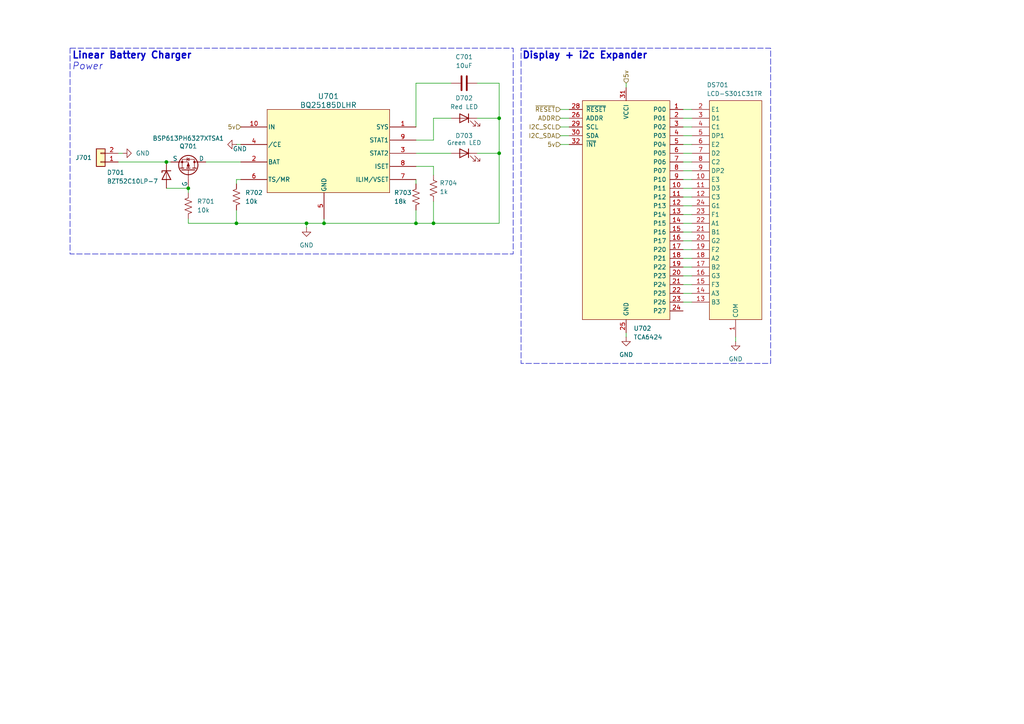
<source format=kicad_sch>
(kicad_sch (version 20250114) (generator "eeschema") (generator_version "9.0")
  (paper "A4")
  (lib_symbols
    (symbol "Connector_Generic:Conn_01x02" (pin_names (offset 1.016) (hide yes))
      (property "Reference" "J" (at 0 2.54 0))
      (property "Value" "Conn_01x02" (at 0 -5.08 0))
      (symbol "Conn_01x02_1_1"
        (rectangle (start -1.27 1.27) (end 1.27 -3.81) (stroke (width 0.254)) (fill (type background)))
        (rectangle (start -1.27 0.127) (end 0 -0.127) (stroke (width 0.1524)))
        (rectangle (start -1.27 -2.413) (end 0 -2.667) (stroke (width 0.1524)))
        (pin passive line (at -5.08 0 0) (length 3.81) (name "Pin_1") (number "1"))
        (pin passive line (at -5.08 -2.54 0) (length 3.81) (name "Pin_2") (number "2"))
      )
    )
    (symbol "Device:C" (pin_numbers (hide yes)) (pin_names (offset 0.254))
      (property "Reference" "C" (at 0.635 2.54 0))
      (property "Value" "C" (at 0.635 -2.54 0))
      (symbol "C_0_1"
        (polyline (pts (xy -2.032 0.762) (xy 2.032 0.762)) (stroke (width 0.508)))
        (polyline (pts (xy -2.032 -0.762) (xy 2.032 -0.762)) (stroke (width 0.508)))
      )
      (symbol "C_1_1"
        (pin passive line (at 0 3.81 270) (length 2.794) (name "~") (number "1"))
        (pin passive line (at 0 -3.81 90) (length 2.794) (name "~") (number "2"))
      )
    )
    (symbol "Device:D_Zener" (pin_numbers (hide yes)) (pin_names (offset 1.016) (hide yes))
      (property "Reference" "D" (at 0 2.54 0))
      (property "Value" "D_Zener" (at 0 -2.54 0))
      (symbol "D_Zener_0_1"
        (polyline (pts (xy -1.27 -1.27) (xy -1.27 1.27) (xy -0.762 1.27)) (stroke (width 0.254)))
        (polyline (pts (xy 1.27 0) (xy -1.27 0)))
        (polyline (pts (xy 1.27 -1.27) (xy 1.27 1.27) (xy -1.27 0) (xy 1.27 -1.27)) (stroke (width 0.254)))
      )
      (symbol "D_Zener_1_1"
        (pin passive line (at -3.81 0 0) (length 2.54) (name "K") (number "1"))
        (pin passive line (at 3.81 0 180) (length 2.54) (name "A") (number "2"))
      )
    )
    (symbol "Device:LED" (pin_numbers (hide yes)) (pin_names (offset 1.016) (hide yes))
      (property "Reference" "D" (at 0 2.54 0))
      (property "Value" "LED" (at 0 -2.54 0))
      (symbol "LED_0_1"
        (polyline (pts (xy -3.048 -0.762) (xy -4.572 -2.286) (xy -3.81 -2.286) (xy -4.572 -2.286) (xy -4.572 -1.524)))
        (polyline (pts (xy -1.778 -0.762) (xy -3.302 -2.286) (xy -2.54 -2.286) (xy -3.302 -2.286) (xy -3.302 -1.524)))
        (polyline (pts (xy -1.27 0) (xy 1.27 0)))
        (polyline (pts (xy -1.27 -1.27) (xy -1.27 1.27)) (stroke (width 0.254)))
        (polyline (pts (xy 1.27 -1.27) (xy 1.27 1.27) (xy -1.27 0) (xy 1.27 -1.27)) (stroke (width 0.254)))
      )
      (symbol "LED_1_1"
        (pin passive line (at -3.81 0 0) (length 2.54) (name "K") (number "1"))
        (pin passive line (at 3.81 0 180) (length 2.54) (name "A") (number "2"))
      )
    )
    (symbol "Device:R_US" (pin_numbers (hide yes)) (pin_names (offset 0))
      (property "Reference" "R" (at 2.54 0 90))
      (property "Value" "R_US" (at -2.54 0 90))
      (symbol "R_US_0_1"
        (polyline (pts (xy 0 2.286) (xy 0 2.54)))
        (polyline (pts (xy 0 2.286) (xy 1.016 1.905) (xy 0 1.524) (xy -1.016 1.143) (xy 0 0.762)))
        (polyline (pts (xy 0 0.762) (xy 1.016 0.381) (xy 0 0) (xy -1.016 -0.381) (xy 0 -0.762)))
        (polyline (pts (xy 0 -0.762) (xy 1.016 -1.143) (xy 0 -1.524) (xy -1.016 -1.905) (xy 0 -2.286)))
        (polyline (pts (xy 0 -2.286) (xy 0 -2.54)))
      )
      (symbol "R_US_1_1"
        (pin passive line (at 0 3.81 270) (length 1.27) (name "~") (number "1"))
        (pin passive line (at 0 -3.81 90) (length 1.27) (name "~") (number "2"))
      )
    )
    (symbol "Interface_Expander_Texas:TCA6424" (pin_names (offset 1.016))
      (property "Reference" "U" (at 1.27 27.686 0))
      (property "Value" "TCA6424" (at -11.938 -40.894 0))
      (symbol "TCA6424_0_0"
        (pin input line (at -16.51 22.86 0) (length 3.81) (name "~{RESET}") (number "28"))
        (pin input line (at -16.51 20.32 0) (length 3.81) (name "ADDR") (number "26"))
        (pin input line (at -16.51 17.78 0) (length 3.81) (name "SCL") (number "29"))
        (pin bidirectional line (at -16.51 15.24 0) (length 3.81) (name "SDA") (number "30"))
        (pin power_in line (at 0 29.21 270) (length 3.81) (name "VCCI") (number "31"))
        (pin power_in line (at 0 -41.91 90) (length 3.81) (name "GND") (number "25"))
        (pin bidirectional line (at 16.51 22.86 180) (length 3.81) (name "P00") (number "1"))
        (pin bidirectional line (at 16.51 20.32 180) (length 3.81) (name "P01") (number "2"))
        (pin bidirectional line (at 16.51 17.78 180) (length 3.81) (name "P02") (number "3"))
        (pin bidirectional line (at 16.51 15.24 180) (length 3.81) (name "P03") (number "4"))
        (pin bidirectional line (at 16.51 12.7 180) (length 3.81) (name "P04") (number "5"))
        (pin bidirectional line (at 16.51 10.16 180) (length 3.81) (name "P05") (number "6"))
        (pin bidirectional line (at 16.51 7.62 180) (length 3.81) (name "P06") (number "7"))
        (pin bidirectional line (at 16.51 5.08 180) (length 3.81) (name "P07") (number "8"))
        (pin bidirectional line (at 16.51 2.54 180) (length 3.81) (name "P10") (number "9"))
        (pin bidirectional line (at 16.51 0 180) (length 3.81) (name "P11") (number "10"))
        (pin bidirectional line (at 16.51 -2.54 180) (length 3.81) (name "P12") (number "11"))
        (pin bidirectional line (at 16.51 -5.08 180) (length 3.81) (name "P13") (number "12"))
        (pin bidirectional line (at 16.51 -7.62 180) (length 3.81) (name "P14") (number "13"))
        (pin bidirectional line (at 16.51 -10.16 180) (length 3.81) (name "P15") (number "14"))
        (pin bidirectional line (at 16.51 -12.7 180) (length 3.81) (name "P16") (number "15"))
        (pin bidirectional line (at 16.51 -15.24 180) (length 3.81) (name "P17") (number "16"))
        (pin bidirectional line (at 16.51 -17.78 180) (length 3.81) (name "P20") (number "17"))
        (pin bidirectional line (at 16.51 -20.32 180) (length 3.81) (name "P21") (number "18"))
        (pin bidirectional line (at 16.51 -22.86 180) (length 3.81) (name "P22") (number "19"))
        (pin bidirectional line (at 16.51 -25.4 180) (length 3.81) (name "P23") (number "20"))
        (pin bidirectional line (at 16.51 -27.94 180) (length 3.81) (name "P24") (number "21"))
        (pin bidirectional line (at 16.51 -30.48 180) (length 3.81) (name "P25") (number "22"))
        (pin bidirectional line (at 16.51 -33.02 180) (length 3.81) (name "P26") (number "23"))
        (pin bidirectional line (at 16.51 -35.56 180) (length 3.81) (name "P27") (number "24"))
      )
      (symbol "TCA6424_1_0"
        (rectangle (start -12.7 25.4) (end 12.7 -38.1) (fill (type background)))
        (pin output line (at -16.51 12.7 0) (length 3.81) (name "~{INT}") (number "32"))
        (pin power_in line (at 0 29.21 270) (length 3.81) (hide yes) (name "VCCP") (number "27"))
        (pin passive line (at 0 -41.91 90) (length 3.81) (hide yes) (name "EXP") (number "33"))
      )
    )
    (symbol "Lumex_Display:LCD-S301C31TR"
      (property "Reference" "DS" (at 4.826 4.572 0))
      (property "Value" "LCD-S301C31TR" (at 4.826 2.032 0))
      (symbol "LCD-S301C31TR_1_1"
        (rectangle (start 5.08 0) (end 20.32 -63.5) (fill (type background)))
        (pin passive line (at 0 -2.54 0) (length 5.08) (name "E1") (number "2"))
        (pin passive line (at 0 -5.08 0) (length 5.08) (name "D1") (number "3"))
        (pin passive line (at 0 -7.62 0) (length 5.08) (name "C1") (number "4"))
        (pin passive line (at 0 -10.16 0) (length 5.08) (name "DP1") (number "5"))
        (pin passive line (at 0 -12.7 0) (length 5.08) (name "E2") (number "6"))
        (pin passive line (at 0 -15.24 0) (length 5.08) (name "D2") (number "7"))
        (pin passive line (at 0 -17.78 0) (length 5.08) (name "C2") (number "8"))
        (pin passive line (at 0 -20.32 0) (length 5.08) (name "DP2") (number "9"))
        (pin passive line (at 0 -22.86 0) (length 5.08) (name "E3") (number "10"))
        (pin passive line (at 0 -25.4 0) (length 5.08) (name "D3") (number "11"))
        (pin passive line (at 0 -27.94 0) (length 5.08) (name "C3") (number "12"))
        (pin passive line (at 0 -30.48 0) (length 5.08) (name "G1") (number "24"))
        (pin passive line (at 0 -33.02 0) (length 5.08) (name "F1") (number "23"))
        (pin passive line (at 0 -35.56 0) (length 5.08) (name "A1") (number "22"))
        (pin passive line (at 0 -38.1 0) (length 5.08) (name "B1") (number "21"))
        (pin passive line (at 0 -40.64 0) (length 5.08) (name "G2") (number "20"))
        (pin passive line (at 0 -43.18 0) (length 5.08) (name "F2") (number "19"))
        (pin passive line (at 0 -45.72 0) (length 5.08) (name "A2") (number "18"))
        (pin passive line (at 0 -48.26 0) (length 5.08) (name "B2") (number "17"))
        (pin passive line (at 0 -50.8 0) (length 5.08) (name "G3") (number "16"))
        (pin passive line (at 0 -53.34 0) (length 5.08) (name "F3") (number "15"))
        (pin passive line (at 0 -55.88 0) (length 5.08) (name "A3") (number "14"))
        (pin passive line (at 0 -58.42 0) (length 5.08) (name "B3") (number "13"))
        (pin passive line (at 12.7 -68.58 90) (length 5.08) (name "COM") (number "1"))
      )
    )
    (symbol "Simulation_SPICE:PMOS" (pin_numbers (hide yes)) (pin_names (offset 0))
      (property "Reference" "Q" (at 5.08 1.27 0))
      (property "Value" "PMOS" (at 5.08 -1.27 0))
      (symbol "PMOS_0_1"
        (polyline (pts (xy 0.254 1.905) (xy 0.254 -1.905)) (stroke (width 0.254)))
        (polyline (pts (xy 0.254 0) (xy -2.54 0)))
        (polyline (pts (xy 0.762 2.286) (xy 0.762 1.27)) (stroke (width 0.254)))
        (polyline (pts (xy 0.762 1.778) (xy 3.302 1.778) (xy 3.302 -1.778) (xy 0.762 -1.778)))
        (polyline (pts (xy 0.762 0.508) (xy 0.762 -0.508)) (stroke (width 0.254)))
        (polyline (pts (xy 0.762 -1.27) (xy 0.762 -2.286)) (stroke (width 0.254)))
        (circle (center 1.651 0) (radius 2.794) (stroke (width 0.254)))
        (polyline (pts (xy 2.286 0) (xy 1.27 0.381) (xy 1.27 -0.381) (xy 2.286 0)) (fill (type outline)))
        (polyline (pts (xy 2.54 2.54) (xy 2.54 1.778)))
        (circle (center 2.54 1.778) (radius 0.254) (fill (type outline)))
        (circle (center 2.54 -1.778) (radius 0.254) (fill (type outline)))
        (polyline (pts (xy 2.54 -2.54) (xy 2.54 0) (xy 0.762 0)))
        (polyline (pts (xy 2.794 -0.508) (xy 2.921 -0.381) (xy 3.683 -0.381) (xy 3.81 -0.254)))
        (polyline (pts (xy 3.302 -0.381) (xy 2.921 0.254) (xy 3.683 0.254) (xy 3.302 -0.381)))
      )
      (symbol "PMOS_1_1"
        (pin input line (at -5.08 0 0) (length 2.54) (name "G") (number "2"))
        (pin passive line (at 2.54 5.08 270) (length 2.54) (name "D") (number "1"))
        (pin passive line (at 2.54 -5.08 90) (length 2.54) (name "S") (number "3"))
      )
    )
    (symbol "bq25185:BQ25185DLHR" (pin_names (offset 0.254))
      (property "Reference" "U1" (at 25.4 10.16 0))
      (property "Value" "BQ25185DLHR" (at 25.4 7.62 0))
      (symbol "BQ25185DLHR_0_1"
        (pin input line (at 0 1.27 0) (length 7.62) (name "IN") (number "10"))
        (pin input line (at 0 -3.81 0) (length 7.62) (name "/CE") (number "4"))
        (pin power_in line (at 0 -8.89 0) (length 7.62) (name "BAT") (number "2"))
        (pin bidirectional line (at 0 -13.97 0) (length 7.62) (name "TS/MR") (number "6"))
        (pin unspecified line (at 24.13 -25.4 90) (length 7.62) (hide yes) (name "EPAD") (number "11"))
        (pin power_out line (at 24.13 -25.4 90) (length 7.62) (name "GND") (number "5"))
        (pin power_in line (at 50.8 1.27 180) (length 7.62) (name "SYS") (number "1"))
        (pin output line (at 50.8 -2.54 180) (length 7.62) (name "STAT1") (number "9"))
        (pin output line (at 50.8 -6.35 180) (length 7.62) (name "STAT2") (number "3"))
        (pin bidirectional line (at 50.8 -10.16 180) (length 7.62) (name "ISET") (number "8"))
        (pin bidirectional line (at 50.8 -13.97 180) (length 7.62) (name "ILIM/VSET") (number "7"))
      )
      (symbol "BQ25185DLHR_1_1"
        (rectangle (start 7.62 6.35) (end 43.18 -17.78) (fill (type background)))
      )
    )
    (symbol "power:GND" (power) (pin_numbers (hide yes)) (pin_names (offset 0) (hide yes))
      (property "Value" "GND" (at 0 -3.81 0))
      (symbol "GND_0_1"
        (polyline (pts (xy 0 0) (xy 0 -1.27) (xy 1.27 -1.27) (xy 0 -2.54) (xy -1.27 -1.27) (xy 0 -1.27)))
      )
      (symbol "GND_1_1"
        (pin power_in line (at 0 0 270) (length 0) (name "~") (number "1"))
      )
    )
  )
  (rectangle (start 151.13 13.97) (end 223.52 105.41) (stroke (width 0) (type dash)))
  (rectangle (start 20.32 13.97) (end 148.844 73.66) (stroke (width 0) (type dash)))
  (text "Display + i2c Expander" (at 151.384 14.986 0) (effects (font (size 2 2) (thickness 0.4) (bold yes)) (justify left top)))
  (text "Power\n" (at 20.828 18.161 0) (effects (font (size 2 2) (italic yes)) (justify left top)))
  (text "Linear Battery Charger\n" (at 20.828 14.986 0) (effects (font (size 2 2) (thickness 0.4) (bold yes)) (justify left top)))
  (junction (at 48.26 46.99))
  (junction (at 68.58 64.77))
  (junction (at 125.73 64.77))
  (junction (at 120.65 64.77))
  (junction (at 93.98 64.77))
  (junction (at 144.78 34.29))
  (junction (at 54.61 54.61))
  (junction (at 144.78 44.45))
  (junction (at 88.9 64.77))
  (wire (pts (xy 138.43 44.45) (xy 144.78 44.45)))
  (wire (pts (xy 125.73 64.77) (xy 144.78 64.77)))
  (wire (pts (xy 144.78 34.29) (xy 144.78 44.45)))
  (wire (pts (xy 138.43 34.29) (xy 144.78 34.29)))
  (wire (pts (xy 125.73 64.77) (xy 120.65 64.77)))
  (wire (pts (xy 200.66 44.45) (xy 198.12 44.45)))
  (wire (pts (xy 125.73 48.26) (xy 120.65 48.26)))
  (wire (pts (xy 162.56 39.37) (xy 165.1 39.37)))
  (wire (pts (xy 200.66 74.93) (xy 198.12 74.93)))
  (wire (pts (xy 68.58 64.77) (xy 88.9 64.77)))
  (wire (pts (xy 144.78 44.45) (xy 144.78 64.77)))
  (wire (pts (xy 213.36 99.06) (xy 213.36 97.79)))
  (wire (pts (xy 162.56 34.29) (xy 165.1 34.29)))
  (wire (pts (xy 200.66 49.53) (xy 198.12 49.53)))
  (wire (pts (xy 54.61 55.88) (xy 54.61 54.61)))
  (wire (pts (xy 120.65 36.83) (xy 120.65 24.13)))
  (wire (pts (xy 200.66 36.83) (xy 198.12 36.83)))
  (wire (pts (xy 200.66 80.01) (xy 198.12 80.01)))
  (wire (pts (xy 200.66 82.55) (xy 198.12 82.55)))
  (wire (pts (xy 120.65 44.45) (xy 130.81 44.45)))
  (wire (pts (xy 200.66 85.09) (xy 198.12 85.09)))
  (wire (pts (xy 162.56 31.75) (xy 165.1 31.75)))
  (wire (pts (xy 200.66 72.39) (xy 198.12 72.39)))
  (wire (pts (xy 200.66 59.69) (xy 198.12 59.69)))
  (wire (pts (xy 200.66 67.31) (xy 198.12 67.31)))
  (wire (pts (xy 181.61 24.13) (xy 181.61 25.4)))
  (wire (pts (xy 200.66 77.47) (xy 198.12 77.47)))
  (wire (pts (xy 48.26 54.61) (xy 54.61 54.61)))
  (wire (pts (xy 88.9 64.77) (xy 93.98 64.77)))
  (wire (pts (xy 138.43 24.13) (xy 144.78 24.13)))
  (wire (pts (xy 125.73 50.8) (xy 125.73 48.26)))
  (wire (pts (xy 200.66 87.63) (xy 198.12 87.63)))
  (wire (pts (xy 125.73 58.42) (xy 125.73 64.77)))
  (wire (pts (xy 93.98 64.77) (xy 120.65 64.77)))
  (wire (pts (xy 200.66 62.23) (xy 198.12 62.23)))
  (wire (pts (xy 93.98 64.77) (xy 93.98 63.5)))
  (wire (pts (xy 125.73 34.29) (xy 125.73 40.64)))
  (wire (pts (xy 200.66 46.99) (xy 198.12 46.99)))
  (wire (pts (xy 125.73 40.64) (xy 120.65 40.64)))
  (wire (pts (xy 200.66 31.75) (xy 198.12 31.75)))
  (wire (pts (xy 34.29 46.99) (xy 48.26 46.99)))
  (wire (pts (xy 162.56 36.83) (xy 165.1 36.83)))
  (wire (pts (xy 200.66 57.15) (xy 198.12 57.15)))
  (wire (pts (xy 200.66 54.61) (xy 198.12 54.61)))
  (wire (pts (xy 200.66 39.37) (xy 198.12 39.37)))
  (wire (pts (xy 162.56 41.91) (xy 165.1 41.91)))
  (wire (pts (xy 48.26 46.99) (xy 49.53 46.99)))
  (wire (pts (xy 200.66 34.29) (xy 198.12 34.29)))
  (wire (pts (xy 35.56 44.45) (xy 34.29 44.45)))
  (wire (pts (xy 54.61 64.77) (xy 54.61 63.5)))
  (wire (pts (xy 68.58 41.91) (xy 69.85 41.91)))
  (wire (pts (xy 54.61 64.77) (xy 68.58 64.77)))
  (wire (pts (xy 200.66 69.85) (xy 198.12 69.85)))
  (wire (pts (xy 200.66 64.77) (xy 198.12 64.77)))
  (wire (pts (xy 120.65 24.13) (xy 130.81 24.13)))
  (wire (pts (xy 68.58 52.07) (xy 69.85 52.07)))
  (wire (pts (xy 68.58 53.34) (xy 68.58 52.07)))
  (wire (pts (xy 130.81 34.29) (xy 125.73 34.29)))
  (wire (pts (xy 200.66 52.07) (xy 198.12 52.07)))
  (wire (pts (xy 181.61 97.79) (xy 181.61 96.52)))
  (wire (pts (xy 88.9 66.04) (xy 88.9 64.77)))
  (wire (pts (xy 59.69 46.99) (xy 69.85 46.99)))
  (wire (pts (xy 68.58 60.96) (xy 68.58 64.77)))
  (wire (pts (xy 144.78 24.13) (xy 144.78 34.29)))
  (wire (pts (xy 200.66 41.91) (xy 198.12 41.91)))
  (wire (pts (xy 120.65 64.77) (xy 120.65 60.96)))
  (wire (pts (xy 120.65 53.34) (xy 120.65 52.07)))
  (hierarchical_label "5v" (shape input) (at 69.85 36.83 180))
  (hierarchical_label "ADDR" (shape input) (at 162.56 34.29 180))
  (hierarchical_label "5v" (shape input) (at 162.56 41.91 180))
  (hierarchical_label "~{RESET}" (shape input) (at 162.56 31.75 180))
  (hierarchical_label "I2C_SCL" (shape input) (at 162.56 36.83 180))
  (hierarchical_label "5v" (shape input) (at 181.61 24.13 90))
  (hierarchical_label "I2C_SDA" (shape input) (at 162.56 39.37 180))
  (symbol (lib_id "power:GND") (at 181.61 97.79 0) (unit 1)
    (property "Reference" "#PWR0204" (effects (hide yes)))
    (property "Value" "GND" (at 181.61 102.87 0))
    (property "Description" "Power symbol creates a global label with name \"GND\" , ground" (effects (hide yes)))
    (instances (project "Battery_Board" (path "" (reference "#PWR0704") (unit 1)) (path "" (reference "#PWR0204") (unit 1)) (path "" (reference "#PWR0504") (unit 1)) (path "" (reference "#PWR0304") (unit 1)) (path "" (reference "#PWR0404") (unit 1)) (path "" (reference "#PWR0604") (unit 1))))
  )
  (symbol (lib_id "Simulation_SPICE:PMOS") (at 54.61 49.53 270) (mirror x) (unit 1)
    (property "Reference" "Q201" (at 54.61 42.418 90))
    (property "Value" "BSP613PH6327XTSA1" (at 54.61 40.132 90))
    (property "Footprint" "Package_TO_SOT_SMD:SOT-223" (effects (hide yes)))
    (property "Datasheet" "https://ngspice.sourceforge.io/docs/ngspice-html-manual/manual.xhtml#cha_MOSFETs" (effects (hide yes)))
    (property "Description" "P-MOSFET transistor, drain/source/gate" (effects (hide yes)))
    (property "Sim.Device" "PMOS" (effects (hide yes)))
    (property "Sim.Type" "VDMOS" (effects (hide yes)))
    (property "Sim.Pins" "1=D 2=G 3=S" (effects (hide yes)))
    (instances (project "Battery_Board" (path "" (reference "Q701") (unit 1)) (path "" (reference "Q201") (unit 1)) (path "" (reference "Q501") (unit 1)) (path "" (reference "Q301") (unit 1)) (path "" (reference "Q401") (unit 1)) (path "" (reference "Q601") (unit 1))))
  )
  (symbol (lib_id "Device:C") (at 134.62 24.13 90) (unit 1)
    (property "Reference" "C201" (at 134.62 16.51 90))
    (property "Value" "10uF" (at 134.62 19.05 90))
    (property "Footprint" "Capacitor_SMD:C_0603_1608Metric" (effects (hide yes)))
    (property "Description" "Unpolarized capacitor" (effects (hide yes)))
    (instances (project "Battery_Board" (path "" (reference "C701") (unit 1)) (path "" (reference "C201") (unit 1)) (path "" (reference "C501") (unit 1)) (path "" (reference "C301") (unit 1)) (path "" (reference "C401") (unit 1)) (path "" (reference "C601") (unit 1))))
  )
  (symbol (lib_id "Device:LED") (at 134.62 44.45 0) (mirror y) (unit 1)
    (property "Reference" "D203" (at 134.62 39.37 0))
    (property "Value" "Green LED" (at 134.62 41.402 0))
    (property "Footprint" "LED_SMD:LED_0603_1608Metric" (effects (hide yes)))
    (property "Description" "Light emitting diode" (effects (hide yes)))
    (property "Sim.Pins" "1=K 2=A" (effects (hide yes)))
    (instances (project "Battery_Board" (path "" (reference "D703") (unit 1)) (path "" (reference "D203") (unit 1)) (path "" (reference "D503") (unit 1)) (path "" (reference "D303") (unit 1)) (path "" (reference "D403") (unit 1)) (path "" (reference "D603") (unit 1))))
  )
  (symbol (lib_id "power:GND") (at 35.56 44.45 90) (unit 1)
    (property "Reference" "#PWR0201" (effects (hide yes)))
    (property "Value" "GND" (at 39.37 44.4499 90) (effects (justify right)))
    (property "Description" "Power symbol creates a global label with name \"GND\" , ground" (effects (hide yes)))
    (instances (project "Battery_Board" (path "" (reference "#PWR0701") (unit 1)) (path "" (reference "#PWR0201") (unit 1)) (path "" (reference "#PWR0501") (unit 1)) (path "" (reference "#PWR0301") (unit 1)) (path "" (reference "#PWR0401") (unit 1)) (path "" (reference "#PWR0601") (unit 1))))
  )
  (symbol (lib_id "power:GND") (at 213.36 99.06 0) (unit 1)
    (property "Reference" "#PWR0205" (effects (hide yes)))
    (property "Value" "GND" (at 213.36 104.14 0))
    (property "Description" "Power symbol creates a global label with name \"GND\" , ground" (effects (hide yes)))
    (instances (project "Battery_Board" (path "" (reference "#PWR0705") (unit 1)) (path "" (reference "#PWR0205") (unit 1)) (path "" (reference "#PWR0505") (unit 1)) (path "" (reference "#PWR0305") (unit 1)) (path "" (reference "#PWR0405") (unit 1)) (path "" (reference "#PWR0605") (unit 1))))
  )
  (symbol (lib_id "Device:R_US") (at 54.61 59.69 0) (mirror y) (unit 1)
    (property "Reference" "R201" (at 57.15 58.4199 0) (effects (justify right)))
    (property "Value" "10k" (at 57.15 60.9599 0) (effects (justify right)))
    (property "Footprint" "Resistor_SMD:R_0603_1608Metric" (effects (hide yes)))
    (property "Description" "Resistor, US symbol" (effects (hide yes)))
    (instances (project "Battery_Board" (path "" (reference "R701") (unit 1)) (path "" (reference "R201") (unit 1)) (path "" (reference "R501") (unit 1)) (path "" (reference "R301") (unit 1)) (path "" (reference "R401") (unit 1)) (path "" (reference "R601") (unit 1))))
  )
  (symbol (lib_id "Device:LED") (at 134.62 34.29 0) (mirror y) (unit 1)
    (property "Reference" "D202" (at 134.62 28.448 0))
    (property "Value" "Red LED" (at 134.62 30.988 0))
    (property "Footprint" "LED_SMD:LED_0603_1608Metric" (effects (hide yes)))
    (property "Description" "Light emitting diode" (effects (hide yes)))
    (property "Sim.Pins" "1=K 2=A" (effects (hide yes)))
    (instances (project "Battery_Board" (path "" (reference "D702") (unit 1)) (path "" (reference "D202") (unit 1)) (path "" (reference "D502") (unit 1)) (path "" (reference "D302") (unit 1)) (path "" (reference "D402") (unit 1)) (path "" (reference "D602") (unit 1))))
  )
  (symbol (lib_id "Lumex_Display:LCD-S301C31TR") (at 200.66 29.21 0) (unit 1)
    (property "Reference" "DS201" (at 204.978 24.638 0) (effects (justify left)))
    (property "Value" "LCD-S301C31TR" (at 204.978 27.178 0) (effects (justify left)))
    (property "Footprint" "Lumex:LCD-S301C31TR" (effects (hide yes)))
    (property "Datasheet" "https://datasheet.datasheetarchive.com/originals/distributors/SFDatasheet-1/sf-00027351.pdf" (effects (hide yes)))
    (property "Description" "INFOVUE 0.31\" character height, 3 digit LCD glass, TN, reflective, 24 pins" (effects (hide yes)))
    (property "Mouser Part Number" "696-LCD-S301C31TR" (effects (hide yes)))
    (property "Mouser Price/Stock" "https://www.mouser.co.uk/ProductDetail/Lumex/LCD-S301C31TR?qs=MaxZGLOdHCk5BnewmcNYnw%3D%3D" (effects (hide yes)))
    (property "Manufacturer_Name" "Lumex" (effects (hide yes)))
    (property "Manufacturer_Part_Number" "LCD-S301C31TR" (effects (hide yes)))
    (instances (project "Battery_Board" (path "" (reference "DS701") (unit 1)) (path "" (reference "DS201") (unit 1)) (path "" (reference "DS501") (unit 1)) (path "" (reference "DS301") (unit 1)) (path "" (reference "DS401") (unit 1)) (path "" (reference "DS601") (unit 1))))
  )
  (symbol (lib_id "power:GND") (at 88.9 66.04 0) (unit 1)
    (property "Reference" "#PWR0203" (effects (hide yes)))
    (property "Value" "GND" (at 88.9 71.12 0))
    (property "Description" "Power symbol creates a global label with name \"GND\" , ground" (effects (hide yes)))
    (instances (project "Battery_Board" (path "" (reference "#PWR0703") (unit 1)) (path "" (reference "#PWR0203") (unit 1)) (path "" (reference "#PWR0503") (unit 1)) (path "" (reference "#PWR0303") (unit 1)) (path "" (reference "#PWR0403") (unit 1)) (path "" (reference "#PWR0603") (unit 1))))
  )
  (symbol (lib_id "Device:R_US") (at 68.58 57.15 0) (mirror y) (unit 1)
    (property "Reference" "R202" (at 71.12 55.8799 0) (effects (justify right)))
    (property "Value" "10k" (at 71.12 58.4199 0) (effects (justify right)))
    (property "Footprint" "Resistor_SMD:R_0603_1608Metric" (effects (hide yes)))
    (property "Description" "Resistor, US symbol" (effects (hide yes)))
    (instances (project "Battery_Board" (path "" (reference "R702") (unit 1)) (path "" (reference "R202") (unit 1)) (path "" (reference "R502") (unit 1)) (path "" (reference "R302") (unit 1)) (path "" (reference "R402") (unit 1)) (path "" (reference "R602") (unit 1))))
  )
  (symbol (lib_id "Device:D_Zener") (at 48.26 50.8 90) (mirror x) (unit 1)
    (property "Reference" "D201" (at 30.988 50.038 90) (effects (justify right)))
    (property "Value" "BZT52C10LP-7" (at 30.988 52.578 90) (effects (justify right)))
    (property "Footprint" "Diode_SMD:D_0402_1005Metric" (effects (hide yes)))
    (property "Description" "Zener diode" (effects (hide yes)))
    (instances (project "Battery_Board" (path "" (reference "D701") (unit 1)) (path "" (reference "D201") (unit 1)) (path "" (reference "D501") (unit 1)) (path "" (reference "D301") (unit 1)) (path "" (reference "D401") (unit 1)) (path "" (reference "D601") (unit 1))))
  )
  (symbol (lib_id "power:GND") (at 68.58 41.91 270) (unit 1)
    (property "Reference" "#PWR0202" (effects (hide yes)))
    (property "Value" "GND" (at 71.628 43.18 90) (effects (justify right)))
    (property "Description" "Power symbol creates a global label with name \"GND\" , ground" (effects (hide yes)))
    (instances (project "Battery_Board" (path "" (reference "#PWR0702") (unit 1)) (path "" (reference "#PWR0202") (unit 1)) (path "" (reference "#PWR0502") (unit 1)) (path "" (reference "#PWR0302") (unit 1)) (path "" (reference "#PWR0402") (unit 1)) (path "" (reference "#PWR0602") (unit 1))))
  )
  (symbol (lib_id "Connector_Generic:Conn_01x02") (at 29.21 46.99 180) (unit 1)
    (property "Reference" "J201" (at 26.67 45.72 0) (effects (justify left)))
    (property "Value" "Conn_01x02" (effects (hide yes)))
    (property "Footprint" "Connector_JST:JST_PH_B2B-PH-K_1x02_P2.00mm_Vertical" (effects (hide yes)))
    (property "Description" "Generic connector, single row, 01x02, script generated (kicad-library-utils/schlib/autogen/connector/)" (effects (hide yes)))
    (instances (project "Battery_Board" (path "" (reference "J701") (unit 1)) (path "" (reference "J201") (unit 1)) (path "" (reference "J501") (unit 1)) (path "" (reference "J301") (unit 1)) (path "" (reference "J401") (unit 1)) (path "" (reference "J601") (unit 1))))
  )
  (symbol (lib_id "bq25185:BQ25185DLHR") (at 69.85 38.1 0) (unit 1)
    (property "Reference" "U201" (at 95.25 27.94 0) (effects (font (size 1.524 1.524))))
    (property "Value" "BQ25185DLHR" (at 95.25 30.48 0) (effects (font (size 1.524 1.524))))
    (property "Footprint" "Package_DFN_QFN:Texas_DLH0010A_WSON-10-1EP_2.2x2mm_P0.4mm_EP0.9x1.5mm" (effects (hide yes)))
    (property "Datasheet" "https://www.ti.com/lit/gpn/bq25185" (effects (hide yes)))
    (instances (project "Battery_Board" (path "" (reference "U701") (unit 1)) (path "" (reference "U201") (unit 1)) (path "" (reference "U501") (unit 1)) (path "" (reference "U301") (unit 1)) (path "" (reference "U401") (unit 1)) (path "" (reference "U601") (unit 1))))
  )
  (symbol (lib_id "Interface_Expander_Texas:TCA6424") (at 181.61 54.61 0) (unit 1)
    (property "Reference" "U202" (at 183.7533 95.25 0) (effects (justify left)))
    (property "Value" "TCA6424" (at 183.7533 97.79 0) (effects (justify left)))
    (property "Footprint" "Package_DFN_QFN:UQFN-32_5x5mm_P0.5mm" (effects (hide yes)))
    (instances (project "Battery_Board" (path "" (reference "U702") (unit 1)) (path "" (reference "U202") (unit 1)) (path "" (reference "U502") (unit 1)) (path "" (reference "U302") (unit 1)) (path "" (reference "U402") (unit 1)) (path "" (reference "U602") (unit 1))))
  )
  (symbol (lib_id "Device:R_US") (at 125.73 54.61 180) (unit 1)
    (property "Reference" "R204" (at 127.508 53.086 0) (effects (justify right)))
    (property "Value" "1k" (at 127.508 55.626 0) (effects (justify right)))
    (property "Footprint" "Resistor_SMD:R_0603_1608Metric" (effects (hide yes)))
    (property "Description" "Resistor, US symbol" (effects (hide yes)))
    (instances (project "Battery_Board" (path "" (reference "R704") (unit 1)) (path "" (reference "R204") (unit 1)) (path "" (reference "R504") (unit 1)) (path "" (reference "R304") (unit 1)) (path "" (reference "R404") (unit 1)) (path "" (reference "R604") (unit 1))))
  )
  (symbol (lib_id "Device:R_US") (at 120.65 57.15 0) (mirror y) (unit 1)
    (property "Reference" "R203" (at 114.3 55.88 0) (effects (justify right)))
    (property "Value" "18k" (at 114.3 58.42 0) (effects (justify right)))
    (property "Footprint" "Resistor_SMD:R_0603_1608Metric" (effects (hide yes)))
    (property "Description" "Resistor, US symbol" (effects (hide yes)))
    (instances (project "Battery_Board" (path "" (reference "R703") (unit 1)) (path "" (reference "R203") (unit 1)) (path "" (reference "R503") (unit 1)) (path "" (reference "R303") (unit 1)) (path "" (reference "R403") (unit 1)) (path "" (reference "R603") (unit 1))))
  )
)
</source>
